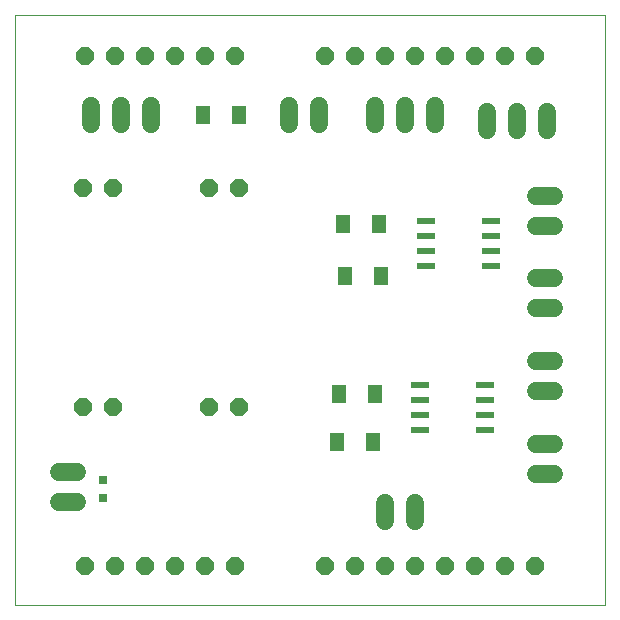
<source format=gtl>
G75*
%MOIN*%
%OFA0B0*%
%FSLAX24Y24*%
%IPPOS*%
%LPD*%
%AMOC8*
5,1,8,0,0,1.08239X$1,22.5*
%
%ADD10C,0.0000*%
%ADD11R,0.0315X0.0315*%
%ADD12R,0.0600X0.0240*%
%ADD13C,0.0600*%
%ADD14R,0.0512X0.0630*%
%ADD15OC8,0.0600*%
D10*
X000415Y000100D02*
X000415Y019785D01*
X020100Y019785D01*
X020100Y000100D01*
X000415Y000100D01*
D11*
X003368Y003682D03*
X003368Y004282D03*
D12*
X013926Y005948D03*
X013926Y006448D03*
X013926Y006948D03*
X013926Y007448D03*
X016086Y007448D03*
X016086Y006948D03*
X016086Y006448D03*
X016086Y005948D03*
X016297Y011403D03*
X016297Y011903D03*
X016297Y012403D03*
X016297Y012903D03*
X014137Y012903D03*
X014137Y012403D03*
X014137Y011903D03*
X014137Y011403D03*
D13*
X017781Y010992D02*
X018381Y010992D01*
X018381Y009992D02*
X017781Y009992D01*
X017779Y008236D02*
X018379Y008236D01*
X018379Y007236D02*
X017779Y007236D01*
X017785Y005458D02*
X018385Y005458D01*
X018385Y004458D02*
X017785Y004458D01*
X013762Y003496D02*
X013762Y002896D01*
X012762Y002896D02*
X012762Y003496D01*
X017785Y012742D02*
X018385Y012742D01*
X018385Y013742D02*
X017785Y013742D01*
X018148Y015942D02*
X018148Y016542D01*
X017148Y016542D02*
X017148Y015942D01*
X016148Y015942D02*
X016148Y016542D01*
X014407Y016739D02*
X014407Y016139D01*
X013407Y016139D02*
X013407Y016739D01*
X012407Y016739D02*
X012407Y016139D01*
X010561Y016139D02*
X010561Y016739D01*
X009561Y016739D02*
X009561Y016139D01*
X004959Y016139D02*
X004959Y016739D01*
X003959Y016739D02*
X003959Y016139D01*
X002959Y016139D02*
X002959Y016739D01*
X002487Y004537D02*
X001887Y004537D01*
X001887Y003537D02*
X002487Y003537D01*
D14*
X011168Y005551D03*
X012368Y005551D03*
X012409Y007139D03*
X011209Y007139D03*
X011408Y011069D03*
X012608Y011069D03*
X012547Y012805D03*
X011347Y012805D03*
X007905Y016439D03*
X006705Y016439D03*
D15*
X006750Y018419D03*
X005750Y018419D03*
X004750Y018419D03*
X003750Y018419D03*
X002750Y018419D03*
X002690Y014006D03*
X003690Y014006D03*
X006890Y014006D03*
X007890Y014006D03*
X007750Y018419D03*
X010750Y018419D03*
X011750Y018419D03*
X012750Y018419D03*
X013750Y018419D03*
X014750Y018419D03*
X015750Y018419D03*
X016750Y018419D03*
X017750Y018419D03*
X007890Y006706D03*
X006890Y006706D03*
X003690Y006706D03*
X002690Y006706D03*
X002750Y001419D03*
X003750Y001419D03*
X004750Y001419D03*
X005750Y001419D03*
X006750Y001419D03*
X007750Y001419D03*
X010750Y001419D03*
X011750Y001419D03*
X012750Y001419D03*
X013750Y001419D03*
X014750Y001419D03*
X015750Y001419D03*
X016750Y001419D03*
X017750Y001419D03*
M02*

</source>
